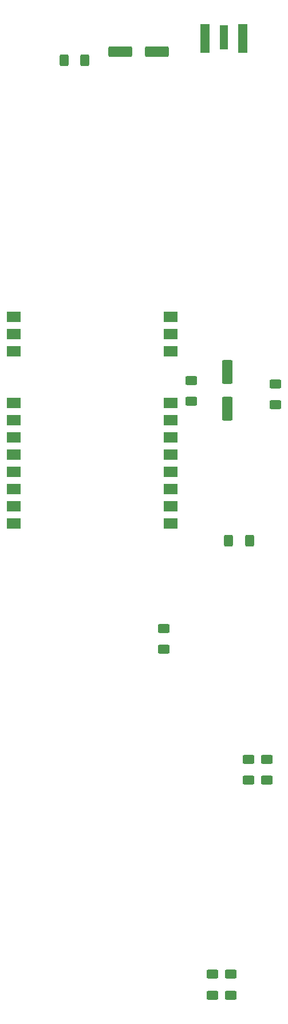
<source format=gtp>
%TF.GenerationSoftware,KiCad,Pcbnew,7.0.9*%
%TF.CreationDate,2024-10-08T13:53:10-07:00*%
%TF.ProjectId,DIY Meshtastic 1W Node,44495920-4d65-4736-9874-617374696320,1.0*%
%TF.SameCoordinates,Original*%
%TF.FileFunction,Paste,Top*%
%TF.FilePolarity,Positive*%
%FSLAX46Y46*%
G04 Gerber Fmt 4.6, Leading zero omitted, Abs format (unit mm)*
G04 Created by KiCad (PCBNEW 7.0.9) date 2024-10-08 13:53:10*
%MOMM*%
%LPD*%
G01*
G04 APERTURE LIST*
G04 Aperture macros list*
%AMRoundRect*
0 Rectangle with rounded corners*
0 $1 Rounding radius*
0 $2 $3 $4 $5 $6 $7 $8 $9 X,Y pos of 4 corners*
0 Add a 4 corners polygon primitive as box body*
4,1,4,$2,$3,$4,$5,$6,$7,$8,$9,$2,$3,0*
0 Add four circle primitives for the rounded corners*
1,1,$1+$1,$2,$3*
1,1,$1+$1,$4,$5*
1,1,$1+$1,$6,$7*
1,1,$1+$1,$8,$9*
0 Add four rect primitives between the rounded corners*
20,1,$1+$1,$2,$3,$4,$5,0*
20,1,$1+$1,$4,$5,$6,$7,0*
20,1,$1+$1,$6,$7,$8,$9,0*
20,1,$1+$1,$8,$9,$2,$3,0*%
G04 Aperture macros list end*
%ADD10R,2.080000X1.510000*%
%ADD11RoundRect,0.250000X0.625000X-0.400000X0.625000X0.400000X-0.625000X0.400000X-0.625000X-0.400000X0*%
%ADD12RoundRect,0.250000X-0.625000X0.400000X-0.625000X-0.400000X0.625000X-0.400000X0.625000X0.400000X0*%
%ADD13R,1.270000X3.600000*%
%ADD14R,1.350000X4.200000*%
%ADD15RoundRect,0.250000X1.500000X0.550000X-1.500000X0.550000X-1.500000X-0.550000X1.500000X-0.550000X0*%
%ADD16RoundRect,0.250000X0.550000X-1.500000X0.550000X1.500000X-0.550000X1.500000X-0.550000X-1.500000X0*%
%ADD17RoundRect,0.250000X0.400000X0.625000X-0.400000X0.625000X-0.400000X-0.625000X0.400000X-0.625000X0*%
G04 APERTURE END LIST*
D10*
%TO.C,U2*%
X103850000Y-73680000D03*
X103850000Y-76220000D03*
X103850000Y-78760000D03*
X103850000Y-86360000D03*
X103850000Y-88900000D03*
X103850000Y-91440000D03*
X103850000Y-93980000D03*
X103850000Y-96520000D03*
X103850000Y-99060000D03*
X103850000Y-101600000D03*
X103850000Y-104140000D03*
X127000000Y-104140000D03*
X127000000Y-101600000D03*
X127000000Y-99060000D03*
X127000000Y-96520000D03*
X127000000Y-93980000D03*
X127000000Y-91440000D03*
X127000000Y-88900000D03*
X127000000Y-86360000D03*
X127000000Y-78760000D03*
X127000000Y-76220000D03*
X127000000Y-73680000D03*
%TD*%
D11*
%TO.C,C8*%
X141224000Y-142038000D03*
X141224000Y-138938000D03*
%TD*%
D12*
%TO.C,C7*%
X138508000Y-138912000D03*
X138508000Y-142012000D03*
%TD*%
D13*
%TO.C,J8*%
X134905000Y-32402500D03*
D14*
X137730000Y-32602500D03*
X132080000Y-32602500D03*
%TD*%
D15*
%TO.C,C6*%
X124968000Y-34544000D03*
X119568000Y-34544000D03*
%TD*%
D12*
%TO.C,C2*%
X142494000Y-83566000D03*
X142494000Y-86666000D03*
%TD*%
%TO.C,C3*%
X130048000Y-83032000D03*
X130048000Y-86132000D03*
%TD*%
%TO.C,C4*%
X125984000Y-119608000D03*
X125984000Y-122708000D03*
%TD*%
D16*
%TO.C,C1*%
X135382000Y-87188000D03*
X135382000Y-81788000D03*
%TD*%
D17*
%TO.C,C5*%
X114352000Y-35814000D03*
X111252000Y-35814000D03*
%TD*%
D12*
%TO.C,C10*%
X135890000Y-170636000D03*
X135890000Y-173736000D03*
%TD*%
D17*
%TO.C,R1*%
X138710000Y-106680000D03*
X135610000Y-106680000D03*
%TD*%
D12*
%TO.C,C9*%
X133174000Y-170636000D03*
X133174000Y-173736000D03*
%TD*%
M02*

</source>
